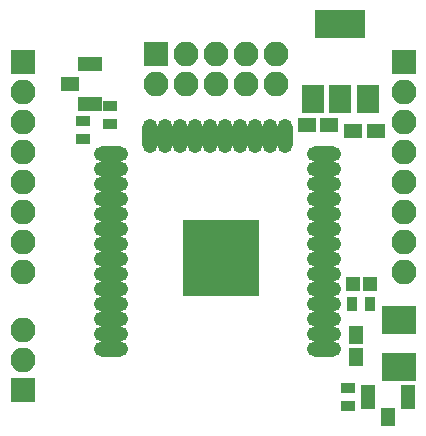
<source format=gbr>
G04 #@! TF.FileFunction,Soldermask,Top*
%FSLAX46Y46*%
G04 Gerber Fmt 4.6, Leading zero omitted, Abs format (unit mm)*
G04 Created by KiCad (PCBNEW 4.0.7) date Wed Apr  4 13:04:03 2018*
%MOMM*%
%LPD*%
G01*
G04 APERTURE LIST*
%ADD10C,0.100000*%
%ADD11R,1.300000X0.900000*%
%ADD12R,1.150000X1.600000*%
%ADD13R,2.900000X2.400000*%
%ADD14R,1.200000X1.150000*%
%ADD15R,2.100000X2.100000*%
%ADD16O,2.100000X2.100000*%
%ADD17R,0.900000X1.300000*%
%ADD18O,2.900000X1.300000*%
%ADD19O,1.300000X2.900000*%
%ADD20R,6.400000X6.400000*%
%ADD21C,3.900000*%
%ADD22R,1.600000X1.150000*%
%ADD23R,4.200000X2.400000*%
%ADD24R,1.900000X2.400000*%
%ADD25R,2.100000X1.300000*%
%ADD26R,1.500000X1.200000*%
%ADD27R,1.300000X2.100000*%
%ADD28R,1.200000X1.500000*%
G04 APERTURE END LIST*
D10*
D11*
X146939000Y-92660600D03*
X146939000Y-91160600D03*
D12*
X147650200Y-88529200D03*
X147650200Y-86629200D03*
D13*
X151244300Y-89376000D03*
X151244300Y-85376000D03*
D14*
X147332000Y-82308700D03*
X148832000Y-82308700D03*
D15*
X119418100Y-91338400D03*
D16*
X119418100Y-88798400D03*
X119418100Y-86258400D03*
D15*
X119380000Y-63500000D03*
D16*
X119380000Y-66040000D03*
X119380000Y-68580000D03*
X119380000Y-71120000D03*
X119380000Y-73660000D03*
X119380000Y-76200000D03*
X119380000Y-78740000D03*
X119380000Y-81280000D03*
D15*
X151638000Y-63500000D03*
D16*
X151638000Y-66040000D03*
X151638000Y-68580000D03*
X151638000Y-71120000D03*
X151638000Y-73660000D03*
X151638000Y-76200000D03*
X151638000Y-78740000D03*
X151638000Y-81280000D03*
D17*
X148756500Y-84010500D03*
X147256500Y-84010500D03*
D11*
X124485400Y-70066600D03*
X124485400Y-68566600D03*
X126784100Y-67245800D03*
X126784100Y-68745800D03*
D18*
X126890000Y-87800000D03*
X126890000Y-86530000D03*
X126890000Y-85260000D03*
X126890000Y-83990000D03*
X126890000Y-82720000D03*
X126890000Y-81450000D03*
X126890000Y-80180000D03*
X126890000Y-78910000D03*
X126890000Y-77640000D03*
X126890000Y-76370000D03*
X126890000Y-75100000D03*
X126890000Y-73830000D03*
X126890000Y-72560000D03*
X126890000Y-71290000D03*
D19*
X130175000Y-69800000D03*
X131445000Y-69800000D03*
X132715000Y-69800000D03*
X133985000Y-69800000D03*
X135255000Y-69800000D03*
X136525000Y-69800000D03*
X137795000Y-69800000D03*
X139065000Y-69800000D03*
X140335000Y-69800000D03*
X141605000Y-69800000D03*
D18*
X144890000Y-71290000D03*
X144890000Y-72560000D03*
X144890000Y-73830000D03*
X144890000Y-75100000D03*
X144890000Y-76370000D03*
X144890000Y-77640000D03*
X144890000Y-78910000D03*
X144890000Y-80180000D03*
X144890000Y-81450000D03*
X144890000Y-82720000D03*
X144890000Y-83990000D03*
X144890000Y-85260000D03*
X144890000Y-86530000D03*
X144890000Y-87800000D03*
D20*
X136190000Y-80100000D03*
D21*
X136144000Y-80010000D03*
D15*
X130670300Y-62865000D03*
D16*
X130670300Y-65405000D03*
X133210300Y-62865000D03*
X133210300Y-65405000D03*
X135750300Y-62865000D03*
X135750300Y-65405000D03*
X138290300Y-62865000D03*
X138290300Y-65405000D03*
X140830300Y-62865000D03*
X140830300Y-65405000D03*
D22*
X147373300Y-69342000D03*
X149273300Y-69342000D03*
X143436300Y-68834000D03*
X145336300Y-68834000D03*
D23*
X146291300Y-60325000D03*
D24*
X146291300Y-66625000D03*
X148591300Y-66625000D03*
X143991300Y-66625000D03*
D25*
X125076800Y-63705000D03*
X125076800Y-67105000D03*
D26*
X123436800Y-65405000D03*
D27*
X148617200Y-91928100D03*
X152017200Y-91928100D03*
D28*
X150317200Y-93568100D03*
M02*

</source>
